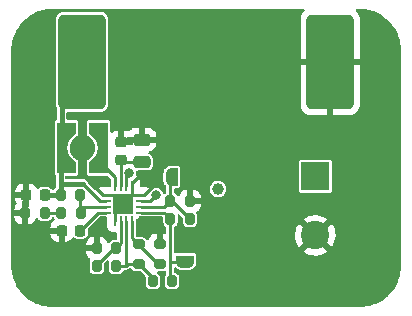
<source format=gbr>
%TF.GenerationSoftware,KiCad,Pcbnew,(6.0.9)*%
%TF.CreationDate,2022-11-21T20:55:40-06:00*%
%TF.ProjectId,solar-test,736f6c61-722d-4746-9573-742e6b696361,rev?*%
%TF.SameCoordinates,Original*%
%TF.FileFunction,Copper,L1,Top*%
%TF.FilePolarity,Positive*%
%FSLAX46Y46*%
G04 Gerber Fmt 4.6, Leading zero omitted, Abs format (unit mm)*
G04 Created by KiCad (PCBNEW (6.0.9)) date 2022-11-21 20:55:40*
%MOMM*%
%LPD*%
G01*
G04 APERTURE LIST*
G04 Aperture macros list*
%AMRoundRect*
0 Rectangle with rounded corners*
0 $1 Rounding radius*
0 $2 $3 $4 $5 $6 $7 $8 $9 X,Y pos of 4 corners*
0 Add a 4 corners polygon primitive as box body*
4,1,4,$2,$3,$4,$5,$6,$7,$8,$9,$2,$3,0*
0 Add four circle primitives for the rounded corners*
1,1,$1+$1,$2,$3*
1,1,$1+$1,$4,$5*
1,1,$1+$1,$6,$7*
1,1,$1+$1,$8,$9*
0 Add four rect primitives between the rounded corners*
20,1,$1+$1,$2,$3,$4,$5,0*
20,1,$1+$1,$4,$5,$6,$7,0*
20,1,$1+$1,$6,$7,$8,$9,0*
20,1,$1+$1,$8,$9,$2,$3,0*%
%AMFreePoly0*
4,1,19,2.150000,-1.200000,1.177922,-1.200000,1.064578,-1.003895,0.918917,-0.830439,0.745359,-0.684899,0.549174,-0.571693,0.336318,-0.494257,0.113252,-0.454942,-0.113252,-0.454942,-0.336318,-0.494257,-0.549174,-0.571693,-0.745359,-0.684899,-0.918917,-0.830439,-1.064578,-1.003895,-1.177922,-1.200000,-2.150000,-1.200000,-2.150000,0.400000,2.150000,0.400000,2.150000,-1.200000,2.150000,-1.200000,
$1*%
%AMFreePoly1*
4,1,19,-1.064578,1.003895,-0.918917,0.830439,-0.745359,0.684899,-0.549174,0.571693,-0.336318,0.494257,-0.113252,0.454942,0.113252,0.454942,0.336318,0.494257,0.549174,0.571693,0.745359,0.684899,0.918917,0.830439,1.064578,1.003895,1.177922,1.200000,2.150000,1.200000,2.150000,-0.400000,-2.150000,-0.400000,-2.150000,1.200000,-1.177922,1.200000,-1.064578,1.003895,-1.064578,1.003895,
$1*%
%AMFreePoly2*
4,1,22,0.500000,-0.750000,0.000000,-0.750000,0.000000,-0.745033,-0.079941,-0.743568,-0.215256,-0.701293,-0.333266,-0.622738,-0.424486,-0.514219,-0.481581,-0.384460,-0.499164,-0.250000,-0.500000,-0.250000,-0.500000,0.250000,-0.499164,0.250000,-0.499963,0.256109,-0.478152,0.396186,-0.417904,0.524511,-0.324060,0.630769,-0.204165,0.706417,-0.067858,0.745374,0.000000,0.744959,0.000000,0.750000,
0.500000,0.750000,0.500000,-0.750000,0.500000,-0.750000,$1*%
%AMFreePoly3*
4,1,20,0.000000,0.744959,0.073905,0.744508,0.209726,0.703889,0.328688,0.626782,0.421226,0.519385,0.479903,0.390333,0.500000,0.250000,0.500000,-0.250000,0.499851,-0.262216,0.476331,-0.402017,0.414519,-0.529596,0.319384,-0.634700,0.198574,-0.708877,0.061801,-0.746166,0.000000,-0.745033,0.000000,-0.750000,-0.500000,-0.750000,-0.500000,0.750000,0.000000,0.750000,0.000000,0.744959,
0.000000,0.744959,$1*%
G04 Aperture macros list end*
%TA.AperFunction,ComponentPad*%
%ADD10C,1.000000*%
%TD*%
%TA.AperFunction,ComponentPad*%
%ADD11RoundRect,0.400000X-1.600000X-3.600000X1.600000X-3.600000X1.600000X3.600000X-1.600000X3.600000X0*%
%TD*%
%TA.AperFunction,SMDPad,CuDef*%
%ADD12RoundRect,0.200000X-0.200000X-0.275000X0.200000X-0.275000X0.200000X0.275000X-0.200000X0.275000X0*%
%TD*%
%TA.AperFunction,SMDPad,CuDef*%
%ADD13RoundRect,0.200000X0.200000X0.275000X-0.200000X0.275000X-0.200000X-0.275000X0.200000X-0.275000X0*%
%TD*%
%TA.AperFunction,SMDPad,CuDef*%
%ADD14RoundRect,0.200000X-0.275000X0.200000X-0.275000X-0.200000X0.275000X-0.200000X0.275000X0.200000X0*%
%TD*%
%TA.AperFunction,SMDPad,CuDef*%
%ADD15RoundRect,0.250000X0.475000X-0.250000X0.475000X0.250000X-0.475000X0.250000X-0.475000X-0.250000X0*%
%TD*%
%TA.AperFunction,SMDPad,CuDef*%
%ADD16RoundRect,0.225000X-0.225000X-0.250000X0.225000X-0.250000X0.225000X0.250000X-0.225000X0.250000X0*%
%TD*%
%TA.AperFunction,ComponentPad*%
%ADD17R,2.400000X2.400000*%
%TD*%
%TA.AperFunction,ComponentPad*%
%ADD18C,2.400000*%
%TD*%
%TA.AperFunction,SMDPad,CuDef*%
%ADD19FreePoly0,90.000000*%
%TD*%
%TA.AperFunction,SMDPad,CuDef*%
%ADD20FreePoly1,90.000000*%
%TD*%
%TA.AperFunction,SMDPad,CuDef*%
%ADD21RoundRect,0.225000X-0.250000X0.225000X-0.250000X-0.225000X0.250000X-0.225000X0.250000X0.225000X0*%
%TD*%
%TA.AperFunction,SMDPad,CuDef*%
%ADD22RoundRect,0.062500X-0.350000X-0.062500X0.350000X-0.062500X0.350000X0.062500X-0.350000X0.062500X0*%
%TD*%
%TA.AperFunction,SMDPad,CuDef*%
%ADD23RoundRect,0.062500X-0.062500X-0.350000X0.062500X-0.350000X0.062500X0.350000X-0.062500X0.350000X0*%
%TD*%
%TA.AperFunction,SMDPad,CuDef*%
%ADD24R,1.700000X1.700000*%
%TD*%
%TA.AperFunction,SMDPad,CuDef*%
%ADD25FreePoly2,270.000000*%
%TD*%
%TA.AperFunction,SMDPad,CuDef*%
%ADD26FreePoly3,270.000000*%
%TD*%
%TA.AperFunction,SMDPad,CuDef*%
%ADD27FreePoly2,180.000000*%
%TD*%
%TA.AperFunction,SMDPad,CuDef*%
%ADD28FreePoly3,180.000000*%
%TD*%
%TA.AperFunction,ViaPad*%
%ADD29C,0.800000*%
%TD*%
%TA.AperFunction,Conductor*%
%ADD30C,0.381000*%
%TD*%
%TA.AperFunction,Conductor*%
%ADD31C,0.250000*%
%TD*%
G04 APERTURE END LIST*
D10*
%TO.P,TP1,1,1*%
%TO.N,Net-(TP1-Pad1)*%
X160000000Y-113450000D03*
%TD*%
D11*
%TO.P,SC1,1,+*%
%TO.N,SOLAR*%
X148500000Y-102700000D03*
%TO.P,SC1,2,-*%
%TO.N,GND*%
X169500000Y-102700000D03*
%TD*%
D12*
%TO.P,R10,1*%
%TO.N,Net-(JP1-Pad2)*%
X155975001Y-115979998D03*
%TO.P,R10,2*%
%TO.N,Net-(JP2-Pad2)*%
X157625001Y-115979998D03*
%TD*%
D13*
%TO.P,R9,2*%
%TO.N,Net-(JP2-Pad2)*%
X155975001Y-114479998D03*
%TO.P,R9,1*%
%TO.N,GND*%
X157625001Y-114479998D03*
%TD*%
%TO.P,R8,1*%
%TO.N,Net-(JP1-Pad2)*%
X156125001Y-121229998D03*
%TO.P,R8,2*%
%TO.N,Net-(R5-Pad2)*%
X154475001Y-121229998D03*
%TD*%
D14*
%TO.P,R7,1*%
%TO.N,Net-(R6-Pad2)*%
X153300001Y-118154998D03*
%TO.P,R7,2*%
%TO.N,Net-(R5-Pad2)*%
X153300001Y-119804998D03*
%TD*%
D12*
%TO.P,R5,1*%
%TO.N,Net-(R4-Pad2)*%
X149725001Y-119979998D03*
%TO.P,R5,2*%
%TO.N,Net-(R5-Pad2)*%
X151375001Y-119979998D03*
%TD*%
%TO.P,R3,1*%
%TO.N,Net-(R2-Pad2)*%
X146725001Y-115479998D03*
%TO.P,R3,2*%
%TO.N,Net-(R1-Pad2)*%
X148375001Y-115479998D03*
%TD*%
D15*
%TO.P,C5,1*%
%TO.N,SOLAR_OUT*%
X153550001Y-111179998D03*
%TO.P,C5,2*%
%TO.N,GND*%
X153550001Y-109279998D03*
%TD*%
D16*
%TO.P,C2,1*%
%TO.N,GND*%
X143775001Y-113979998D03*
%TO.P,C2,2*%
%TO.N,SOLAR*%
X145325001Y-113979998D03*
%TD*%
D17*
%TO.P,C1,1*%
%TO.N,CAP*%
X168250000Y-112384785D03*
D18*
%TO.P,C1,2*%
%TO.N,GND*%
X168250000Y-117384785D03*
%TD*%
D16*
%TO.P,C3,1*%
%TO.N,GND*%
X146775001Y-116979998D03*
%TO.P,C3,2*%
%TO.N,Net-(C3-Pad2)*%
X148325001Y-116979998D03*
%TD*%
D12*
%TO.P,R1,1*%
%TO.N,SOLAR*%
X146674996Y-113975476D03*
%TO.P,R1,2*%
%TO.N,Net-(R1-Pad2)*%
X148324996Y-113975476D03*
%TD*%
D19*
%TO.P,L1,1,1*%
%TO.N,SOLAR*%
X146774522Y-109975475D03*
D20*
%TO.P,L1,2,2*%
%TO.N,Net-(L1-Pad2)*%
X150274522Y-109975475D03*
%TD*%
D21*
%TO.P,C4,1*%
%TO.N,GND*%
X151800001Y-109454998D03*
%TO.P,C4,2*%
%TO.N,SOLAR_OUT*%
X151800001Y-111004998D03*
%TD*%
D12*
%TO.P,R2,1*%
%TO.N,GND*%
X143674999Y-115475476D03*
%TO.P,R2,2*%
%TO.N,Net-(R2-Pad2)*%
X145324999Y-115475476D03*
%TD*%
D22*
%TO.P,U1,1,VSS*%
%TO.N,GND*%
X150537498Y-113949995D03*
%TO.P,U1,2,VIN_DC*%
%TO.N,SOLAR*%
X150537498Y-114449995D03*
%TO.P,U1,3,VOC_SAMP*%
%TO.N,Net-(R1-Pad2)*%
X150537498Y-114949995D03*
%TO.P,U1,4,VREF_SAMP*%
%TO.N,Net-(C3-Pad2)*%
X150537498Y-115449995D03*
D23*
%TO.P,U1,5,OT_PROG*%
%TO.N,GND*%
X151249998Y-116162495D03*
%TO.P,U1,6,VBAT_OV*%
%TO.N,Net-(R4-Pad2)*%
X151749998Y-116162495D03*
%TO.P,U1,7,VRDIV*%
%TO.N,Net-(R5-Pad2)*%
X152249998Y-116162495D03*
%TO.P,U1,8,VBAT_UV*%
%TO.N,Net-(R6-Pad2)*%
X152749998Y-116162495D03*
D22*
%TO.P,U1,9,OK_HYST*%
%TO.N,Net-(JP1-Pad2)*%
X153462498Y-115449995D03*
%TO.P,U1,10,OK_PROG*%
%TO.N,Net-(JP2-Pad2)*%
X153462498Y-114949995D03*
%TO.P,U1,11,VBAT_OK*%
%TO.N,Net-(TP1-Pad1)*%
X153462498Y-114449995D03*
%TO.P,U1,12,AVSS*%
%TO.N,GND*%
X153462498Y-113949995D03*
D23*
%TO.P,U1,13,VSS*%
X152749998Y-113237495D03*
%TO.P,U1,14,VBAT*%
%TO.N,CAP*%
X152249998Y-113237495D03*
%TO.P,U1,15,VSTOR*%
%TO.N,SOLAR_OUT*%
X151749998Y-113237495D03*
%TO.P,U1,16,LBST*%
%TO.N,Net-(L1-Pad2)*%
X151249998Y-113237495D03*
D24*
%TO.P,U1,17,PAD*%
%TO.N,GND*%
X151999998Y-114699995D03*
%TD*%
D14*
%TO.P,R6,1*%
%TO.N,GND*%
X155050001Y-118154998D03*
%TO.P,R6,2*%
%TO.N,Net-(R6-Pad2)*%
X155050001Y-119804998D03*
%TD*%
D25*
%TO.P,JP1,1,A*%
%TO.N,GND*%
X157224999Y-118299995D03*
D26*
%TO.P,JP1,2,B*%
%TO.N,Net-(JP1-Pad2)*%
X157224999Y-119599995D03*
%TD*%
D12*
%TO.P,R4,1*%
%TO.N,GND*%
X149725001Y-118479998D03*
%TO.P,R4,2*%
%TO.N,Net-(R4-Pad2)*%
X151375001Y-118479998D03*
%TD*%
D27*
%TO.P,JP2,1,A*%
%TO.N,GND*%
X157374520Y-112425477D03*
D28*
%TO.P,JP2,2,B*%
%TO.N,Net-(JP2-Pad2)*%
X156074520Y-112425477D03*
%TD*%
D29*
%TO.N,GND*%
X154500000Y-116450000D03*
X148500000Y-109950000D03*
%TO.N,Net-(TP1-Pad1)*%
X154762299Y-113962299D03*
%TO.N,GND*%
X151637262Y-114337255D03*
X152387260Y-115087254D03*
%TO.N,CAP*%
X152474500Y-112087259D03*
%TD*%
D30*
%TO.N,SOLAR*%
X146774522Y-109975475D02*
X146774522Y-104425478D01*
X146774522Y-104425478D02*
X148500000Y-102700000D01*
D31*
%TO.N,Net-(TP1-Pad1)*%
X154274603Y-114449995D02*
X154762299Y-113962299D01*
X153462498Y-114449995D02*
X154274603Y-114449995D01*
%TO.N,GND*%
X153462501Y-113949996D02*
X153750004Y-113949996D01*
X153750004Y-113949996D02*
X154500000Y-113200000D01*
D30*
%TO.N,SOLAR*%
X146774522Y-109975475D02*
X146774522Y-107204519D01*
D31*
%TO.N,Net-(R5-Pad2)*%
X154475001Y-121229998D02*
X154475001Y-120979998D01*
X154475001Y-120979998D02*
X153300001Y-119804998D01*
X152250002Y-119949997D02*
X152395001Y-119804998D01*
X152395001Y-119804998D02*
X153300001Y-119804998D01*
X154499999Y-121449994D02*
X154499999Y-121004996D01*
%TO.N,Net-(R6-Pad2)*%
X155050001Y-119804998D02*
X154950001Y-119804998D01*
X154950001Y-119804998D02*
X152749996Y-117604993D01*
X152749996Y-117604993D02*
X152749996Y-116162495D01*
%TO.N,GND*%
X151637262Y-114337255D02*
X151999998Y-114699995D01*
X151250000Y-116162494D02*
X151274520Y-116137978D01*
X151274520Y-116137978D02*
X151274520Y-115425477D01*
X150537501Y-113949994D02*
X150250000Y-113949996D01*
X152750000Y-113950000D02*
X151999998Y-114699995D01*
X150537501Y-113949994D02*
X150562022Y-113974514D01*
X151274518Y-113974516D02*
X151637262Y-114337255D01*
X152749998Y-113237495D02*
X152749998Y-112949999D01*
X151274520Y-115425477D02*
X151999998Y-114699995D01*
X152750000Y-113237493D02*
X152750000Y-113950000D01*
X153500003Y-109250001D02*
X151925001Y-109249997D01*
X152749998Y-112949999D02*
X153324521Y-112375477D01*
X151925001Y-109249997D02*
X151749996Y-109424996D01*
X150250000Y-113949996D02*
X149637257Y-113337255D01*
X153462501Y-113949998D02*
X152750000Y-113950000D01*
X150562022Y-113974514D02*
X151274518Y-113974516D01*
%TO.N,SOLAR_OUT*%
X153499998Y-111149997D02*
X151925005Y-111149994D01*
X151925005Y-111149994D02*
X151749998Y-110974994D01*
X151749998Y-110974994D02*
X151750002Y-113237496D01*
%TO.N,Net-(C3-Pad2)*%
X150537501Y-115449996D02*
X149825003Y-115449998D01*
X149825003Y-115449998D02*
X148299520Y-116975476D01*
D30*
%TO.N,SOLAR*%
X146675474Y-113025477D02*
X146674998Y-113024999D01*
X146674997Y-110075001D02*
X146774522Y-109975475D01*
X146674998Y-113024999D02*
X146674997Y-110075001D01*
X146674998Y-113975476D02*
X146674998Y-113024999D01*
X145299520Y-113975478D02*
X146674998Y-113975476D01*
D31*
X146674997Y-113975474D02*
X146824998Y-113975474D01*
D30*
X148591782Y-113025476D02*
X146675474Y-113025477D01*
D31*
X150537500Y-114449995D02*
X150016303Y-114449999D01*
X150016303Y-114449999D02*
X148591782Y-113025476D01*
%TO.N,CAP*%
X152250000Y-112311755D02*
X152474500Y-112087259D01*
X152249994Y-113237494D02*
X152250000Y-112311755D01*
%TO.N,Net-(R5-Pad2)*%
X152249997Y-116162494D02*
X152250002Y-119949997D01*
X151324997Y-119949998D02*
X152250002Y-119949997D01*
%TO.N,Net-(R4-Pad2)*%
X151325000Y-118449993D02*
X151174997Y-118449997D01*
X151750002Y-118024998D02*
X151325000Y-118449993D01*
X151750001Y-116162495D02*
X151750002Y-118024998D01*
X151174997Y-118449997D02*
X149675000Y-119949996D01*
%TO.N,Net-(R2-Pad2)*%
X145324999Y-115475475D02*
X146674999Y-115475477D01*
%TO.N,Net-(R1-Pad2)*%
X148324997Y-114949993D02*
X148324999Y-115475475D01*
X148324997Y-114949993D02*
X148325000Y-113975476D01*
X150537501Y-114949991D02*
X148324997Y-114949993D01*
%TO.N,Net-(L1-Pad2)*%
X151250001Y-112449995D02*
X150249999Y-111449993D01*
X150249999Y-111449993D02*
X150250003Y-108449998D01*
X151249998Y-113237498D02*
X151250001Y-112449995D01*
%TO.N,Net-(JP2-Pad2)*%
X156075000Y-114449997D02*
X157575001Y-115949996D01*
X155924998Y-112624997D02*
X156100001Y-112449998D01*
X153462502Y-114949994D02*
X155425001Y-114949995D01*
X155425001Y-114949995D02*
X155925001Y-114449998D01*
X155925001Y-114449998D02*
X156075000Y-114449997D01*
X155925001Y-114449998D02*
X155924998Y-112624997D01*
%TO.N,Net-(JP1-Pad2)*%
X155424998Y-115449994D02*
X155925002Y-115949998D01*
X156149999Y-121449996D02*
X155925001Y-121224998D01*
X155925001Y-121224998D02*
X155925001Y-119549997D01*
X155974998Y-119599995D02*
X155925001Y-119549997D01*
X153462496Y-115449996D02*
X155424998Y-115449994D01*
X157224999Y-119599995D02*
X155974998Y-119599995D01*
X155925001Y-119549997D02*
X155925001Y-115949995D01*
%TD*%
%TA.AperFunction,Conductor*%
%TO.N,GND*%
G36*
X167279652Y-98221004D02*
G01*
X167326145Y-98274660D01*
X167336249Y-98344934D01*
X167306755Y-98409514D01*
X167290825Y-98424923D01*
X167259536Y-98450260D01*
X167250255Y-98459541D01*
X167138448Y-98597610D01*
X167131295Y-98608625D01*
X167050635Y-98766930D01*
X167045931Y-98779183D01*
X166999733Y-98951597D01*
X166997786Y-98962931D01*
X166992193Y-99033990D01*
X166992000Y-99038916D01*
X166992000Y-102427885D01*
X166996475Y-102443124D01*
X166997865Y-102444329D01*
X167005548Y-102446000D01*
X171989885Y-102446000D01*
X172005124Y-102441525D01*
X172006329Y-102440135D01*
X172008000Y-102432452D01*
X172008000Y-99038916D01*
X172007807Y-99033990D01*
X172002214Y-98962931D01*
X172000267Y-98951597D01*
X171954069Y-98779183D01*
X171949365Y-98766930D01*
X171868705Y-98608625D01*
X171861552Y-98597610D01*
X171749745Y-98459541D01*
X171740464Y-98450260D01*
X171709175Y-98424923D01*
X171668823Y-98366509D01*
X171666457Y-98295551D01*
X171702830Y-98234580D01*
X171766392Y-98202951D01*
X171788469Y-98201002D01*
X171996906Y-98201002D01*
X171999985Y-98201078D01*
X172000000Y-98201084D01*
X172000014Y-98201078D01*
X172003087Y-98201154D01*
X172083085Y-98205084D01*
X172304772Y-98215975D01*
X172305184Y-98215996D01*
X172338286Y-98217731D01*
X172350179Y-98218922D01*
X172571244Y-98251713D01*
X172572467Y-98251900D01*
X172689201Y-98270389D01*
X172700106Y-98272614D01*
X172900697Y-98322860D01*
X172902692Y-98323377D01*
X173032878Y-98358260D01*
X173042715Y-98361332D01*
X173230868Y-98428654D01*
X173233574Y-98429658D01*
X173365814Y-98480420D01*
X173374528Y-98484146D01*
X173551895Y-98568035D01*
X173555198Y-98569657D01*
X173560393Y-98572304D01*
X173684561Y-98635571D01*
X173692135Y-98639764D01*
X173858654Y-98739571D01*
X173862502Y-98741973D01*
X173985860Y-98822083D01*
X173992293Y-98826551D01*
X174147291Y-98941505D01*
X174151519Y-98944782D01*
X174159724Y-98951426D01*
X174266616Y-99037986D01*
X174271937Y-99042546D01*
X174414550Y-99171803D01*
X174419029Y-99176068D01*
X174523932Y-99280971D01*
X174528197Y-99285450D01*
X174657454Y-99428063D01*
X174662014Y-99433384D01*
X174755211Y-99548472D01*
X174758495Y-99552709D01*
X174873449Y-99707707D01*
X174877917Y-99714140D01*
X174958027Y-99837498D01*
X174960429Y-99841346D01*
X175060236Y-100007865D01*
X175064429Y-100015439D01*
X175130336Y-100144788D01*
X175131972Y-100148119D01*
X175215852Y-100325468D01*
X175219580Y-100334186D01*
X175270342Y-100466426D01*
X175271346Y-100469132D01*
X175338668Y-100657285D01*
X175341740Y-100667122D01*
X175376623Y-100797308D01*
X175377140Y-100799303D01*
X175427386Y-100999894D01*
X175429611Y-101010799D01*
X175448100Y-101127533D01*
X175448287Y-101128756D01*
X175481078Y-101349821D01*
X175482269Y-101361714D01*
X175484004Y-101394816D01*
X175484025Y-101395228D01*
X175498846Y-101696911D01*
X175498922Y-101699986D01*
X175498916Y-101700000D01*
X175498922Y-101700015D01*
X175498998Y-101703094D01*
X175498998Y-119946906D01*
X175498922Y-119949985D01*
X175498916Y-119950000D01*
X175498922Y-119950014D01*
X175498846Y-119953089D01*
X175484025Y-120254772D01*
X175484004Y-120255184D01*
X175482269Y-120288286D01*
X175481078Y-120300179D01*
X175448287Y-120521244D01*
X175448100Y-120522467D01*
X175429611Y-120639201D01*
X175427386Y-120650106D01*
X175377140Y-120850697D01*
X175376623Y-120852692D01*
X175341740Y-120982878D01*
X175338668Y-120992715D01*
X175271346Y-121180868D01*
X175270342Y-121183574D01*
X175219580Y-121315814D01*
X175215852Y-121324532D01*
X175131972Y-121501881D01*
X175130336Y-121505212D01*
X175064429Y-121634561D01*
X175060236Y-121642135D01*
X174960429Y-121808654D01*
X174958027Y-121812502D01*
X174877917Y-121935860D01*
X174873449Y-121942293D01*
X174758495Y-122097291D01*
X174755211Y-122101528D01*
X174662014Y-122216616D01*
X174657454Y-122221937D01*
X174528197Y-122364550D01*
X174523932Y-122369029D01*
X174419029Y-122473932D01*
X174414550Y-122478197D01*
X174271937Y-122607454D01*
X174266616Y-122612014D01*
X174151528Y-122705211D01*
X174147291Y-122708495D01*
X173992293Y-122823449D01*
X173985860Y-122827917D01*
X173862502Y-122908027D01*
X173858654Y-122910429D01*
X173692135Y-123010236D01*
X173684561Y-123014429D01*
X173618893Y-123047889D01*
X173555198Y-123080343D01*
X173551895Y-123081965D01*
X173374532Y-123165852D01*
X173365814Y-123169580D01*
X173233574Y-123220342D01*
X173230868Y-123221346D01*
X173042715Y-123288668D01*
X173032878Y-123291740D01*
X172902692Y-123326623D01*
X172900697Y-123327140D01*
X172700106Y-123377386D01*
X172689201Y-123379611D01*
X172572467Y-123398100D01*
X172571244Y-123398287D01*
X172350179Y-123431078D01*
X172338286Y-123432269D01*
X172305184Y-123434004D01*
X172304772Y-123434025D01*
X172083085Y-123444916D01*
X172003087Y-123448846D01*
X172000014Y-123448922D01*
X172000000Y-123448916D01*
X171999985Y-123448922D01*
X171996906Y-123448998D01*
X146003094Y-123448998D01*
X146000015Y-123448922D01*
X146000000Y-123448916D01*
X145999986Y-123448922D01*
X145996913Y-123448846D01*
X145916915Y-123444916D01*
X145695228Y-123434025D01*
X145694816Y-123434004D01*
X145661714Y-123432269D01*
X145649821Y-123431078D01*
X145428756Y-123398287D01*
X145427533Y-123398100D01*
X145310799Y-123379611D01*
X145299894Y-123377386D01*
X145099303Y-123327140D01*
X145097308Y-123326623D01*
X144967122Y-123291740D01*
X144957285Y-123288668D01*
X144769132Y-123221346D01*
X144766426Y-123220342D01*
X144634186Y-123169580D01*
X144625468Y-123165852D01*
X144448105Y-123081965D01*
X144444802Y-123080343D01*
X144381107Y-123047889D01*
X144315439Y-123014429D01*
X144307865Y-123010236D01*
X144141346Y-122910429D01*
X144137498Y-122908027D01*
X144014140Y-122827917D01*
X144007707Y-122823449D01*
X143852709Y-122708495D01*
X143848472Y-122705211D01*
X143733384Y-122612014D01*
X143728063Y-122607454D01*
X143585450Y-122478197D01*
X143580971Y-122473932D01*
X143476068Y-122369029D01*
X143471803Y-122364550D01*
X143342546Y-122221937D01*
X143337986Y-122216616D01*
X143244789Y-122101528D01*
X143241505Y-122097291D01*
X143126551Y-121942293D01*
X143122083Y-121935860D01*
X143041973Y-121812502D01*
X143039571Y-121808654D01*
X142939764Y-121642135D01*
X142935571Y-121634561D01*
X142869664Y-121505212D01*
X142868028Y-121501881D01*
X142784148Y-121324532D01*
X142780420Y-121315814D01*
X142729658Y-121183574D01*
X142728654Y-121180868D01*
X142661332Y-120992715D01*
X142658260Y-120982878D01*
X142623377Y-120852692D01*
X142622860Y-120850697D01*
X142572614Y-120650106D01*
X142570389Y-120639201D01*
X142551900Y-120522467D01*
X142551713Y-120521244D01*
X142518922Y-120300179D01*
X142517731Y-120288286D01*
X142515996Y-120255184D01*
X142515975Y-120254772D01*
X142501154Y-119953089D01*
X142501078Y-119950014D01*
X142501084Y-119950000D01*
X142501078Y-119949985D01*
X142501002Y-119946906D01*
X142501002Y-118207883D01*
X148817001Y-118207883D01*
X148821476Y-118223122D01*
X148822866Y-118224327D01*
X148830549Y-118225998D01*
X149452886Y-118225998D01*
X149468125Y-118221523D01*
X149469330Y-118220133D01*
X149471001Y-118212450D01*
X149471001Y-117515114D01*
X149466526Y-117499875D01*
X149465136Y-117498670D01*
X149460707Y-117497707D01*
X149401686Y-117503130D01*
X149388650Y-117505741D01*
X149238758Y-117552713D01*
X149225013Y-117558919D01*
X149091428Y-117639821D01*
X149084307Y-117645405D01*
X149018359Y-117671698D01*
X148985296Y-117665277D01*
X148991793Y-117697331D01*
X148965408Y-117764304D01*
X148959824Y-117771425D01*
X148878922Y-117905010D01*
X148872716Y-117918755D01*
X148825745Y-118068642D01*
X148823132Y-118081692D01*
X148817267Y-118145519D01*
X148817001Y-118151307D01*
X148817001Y-118207883D01*
X142501002Y-118207883D01*
X142501002Y-117275436D01*
X145817001Y-117275436D01*
X145817338Y-117281951D01*
X145826895Y-117374055D01*
X145829789Y-117387454D01*
X145879382Y-117536105D01*
X145885556Y-117549284D01*
X145967789Y-117682171D01*
X145976825Y-117693572D01*
X146087430Y-117803984D01*
X146098841Y-117812996D01*
X146231881Y-117895002D01*
X146245062Y-117901149D01*
X146393815Y-117950489D01*
X146407191Y-117953356D01*
X146498098Y-117962670D01*
X146503127Y-117962927D01*
X146518125Y-117958523D01*
X146519330Y-117957133D01*
X146521001Y-117949450D01*
X146521001Y-117252113D01*
X146516526Y-117236874D01*
X146515136Y-117235669D01*
X146507453Y-117233998D01*
X145835116Y-117233998D01*
X145819877Y-117238473D01*
X145818672Y-117239863D01*
X145817001Y-117247546D01*
X145817001Y-117275436D01*
X142501002Y-117275436D01*
X142501002Y-115804181D01*
X142767000Y-115804181D01*
X142767263Y-115809930D01*
X142773131Y-115873791D01*
X142775742Y-115886827D01*
X142822714Y-116036719D01*
X142828920Y-116050464D01*
X142909823Y-116184050D01*
X142919130Y-116195919D01*
X143029556Y-116306345D01*
X143041425Y-116315652D01*
X143175011Y-116396555D01*
X143188756Y-116402761D01*
X143338643Y-116449732D01*
X143351693Y-116452345D01*
X143406585Y-116457389D01*
X143418123Y-116454001D01*
X143419328Y-116452611D01*
X143420999Y-116444928D01*
X143420999Y-116440360D01*
X143928999Y-116440360D01*
X143933474Y-116455599D01*
X143934864Y-116456804D01*
X143939293Y-116457767D01*
X143998314Y-116452344D01*
X144011350Y-116449733D01*
X144161242Y-116402761D01*
X144174987Y-116396555D01*
X144308573Y-116315652D01*
X144320442Y-116306345D01*
X144430868Y-116195919D01*
X144440175Y-116184050D01*
X144521078Y-116050464D01*
X144527284Y-116036719D01*
X144546943Y-115973986D01*
X144586400Y-115914964D01*
X144651504Y-115886644D01*
X144721584Y-115898017D01*
X144774390Y-115945473D01*
X144779444Y-115954463D01*
X144792447Y-115979984D01*
X144792448Y-115979985D01*
X144796949Y-115988818D01*
X144886657Y-116078526D01*
X144999695Y-116136122D01*
X145009484Y-116137672D01*
X145009486Y-116137673D01*
X145036848Y-116142006D01*
X145093480Y-116150976D01*
X145324952Y-116150976D01*
X145556517Y-116150975D01*
X145576641Y-116147788D01*
X145640505Y-116137674D01*
X145640507Y-116137673D01*
X145650303Y-116136122D01*
X145763341Y-116078526D01*
X145853049Y-115988818D01*
X145910645Y-115875780D01*
X145913189Y-115877076D01*
X145944499Y-115831281D01*
X146009894Y-115803640D01*
X146079852Y-115815742D01*
X146132161Y-115863745D01*
X146139160Y-115879069D01*
X146139355Y-115880302D01*
X146142905Y-115887269D01*
X146180372Y-115960802D01*
X146193476Y-116030579D01*
X146166776Y-116096363D01*
X146134409Y-116125149D01*
X146097825Y-116147788D01*
X146086427Y-116156822D01*
X145976015Y-116267427D01*
X145967003Y-116278838D01*
X145884997Y-116411878D01*
X145878850Y-116425059D01*
X145829510Y-116573812D01*
X145826643Y-116587188D01*
X145817329Y-116678095D01*
X145817001Y-116684512D01*
X145817001Y-116707883D01*
X145821476Y-116723122D01*
X145822866Y-116724327D01*
X145830549Y-116725998D01*
X146903001Y-116725998D01*
X146971122Y-116746000D01*
X147017615Y-116799656D01*
X147029001Y-116851998D01*
X147029001Y-117944883D01*
X147033476Y-117960122D01*
X147034866Y-117961327D01*
X147042549Y-117962998D01*
X147045439Y-117962998D01*
X147051954Y-117962661D01*
X147144058Y-117953104D01*
X147157457Y-117950210D01*
X147306108Y-117900617D01*
X147319287Y-117894443D01*
X147452174Y-117812210D01*
X147463575Y-117803174D01*
X147573987Y-117692569D01*
X147582999Y-117681158D01*
X147639087Y-117590166D01*
X147691859Y-117542673D01*
X147761931Y-117531249D01*
X147827055Y-117559523D01*
X147835442Y-117567187D01*
X147846781Y-117578526D01*
X147966875Y-117639717D01*
X147976664Y-117641267D01*
X147976666Y-117641268D01*
X148002788Y-117645405D01*
X148066513Y-117655498D01*
X148583489Y-117655498D01*
X148647214Y-117645405D01*
X148673336Y-117641268D01*
X148673338Y-117641267D01*
X148683127Y-117639717D01*
X148803221Y-117578526D01*
X148804153Y-117580354D01*
X148859054Y-117560762D01*
X148887279Y-117567323D01*
X148880710Y-117540079D01*
X148900404Y-117484173D01*
X148898529Y-117483218D01*
X148931771Y-117417977D01*
X148959720Y-117363124D01*
X148975501Y-117263486D01*
X148975501Y-116812014D01*
X148995503Y-116743893D01*
X149012406Y-116722918D01*
X149099182Y-116636143D01*
X149579829Y-116155497D01*
X149922926Y-115812402D01*
X149985238Y-115778377D01*
X150012020Y-115775498D01*
X150208590Y-115775497D01*
X150490998Y-115775496D01*
X150559118Y-115795498D01*
X150605611Y-115849153D01*
X150616998Y-115901496D01*
X150616998Y-116545767D01*
X150617536Y-116553976D01*
X150630604Y-116653237D01*
X150634842Y-116669055D01*
X150686007Y-116792577D01*
X150694194Y-116806758D01*
X150775585Y-116912830D01*
X150787165Y-116924409D01*
X150893233Y-117005797D01*
X150907419Y-117013987D01*
X151030939Y-117065151D01*
X151046756Y-117069389D01*
X151146017Y-117082457D01*
X151154226Y-117082995D01*
X151298501Y-117082995D01*
X151366622Y-117102997D01*
X151413115Y-117156653D01*
X151424501Y-117208995D01*
X151424502Y-117678498D01*
X151404500Y-117746619D01*
X151350845Y-117793112D01*
X151298503Y-117804498D01*
X151154116Y-117804499D01*
X151143483Y-117804499D01*
X151138590Y-117805274D01*
X151138589Y-117805274D01*
X151059495Y-117817800D01*
X151059493Y-117817801D01*
X151049697Y-117819352D01*
X150936659Y-117876948D01*
X150846951Y-117966656D01*
X150842452Y-117975486D01*
X150842449Y-117975490D01*
X150829446Y-118001011D01*
X150780698Y-118052627D01*
X150711784Y-118069693D01*
X150644582Y-118046793D01*
X150600429Y-117991195D01*
X150596945Y-117981488D01*
X150577286Y-117918755D01*
X150571080Y-117905010D01*
X150490177Y-117771424D01*
X150480870Y-117759555D01*
X150370444Y-117649129D01*
X150358575Y-117639822D01*
X150224989Y-117558919D01*
X150211244Y-117552713D01*
X150061357Y-117505742D01*
X150048307Y-117503129D01*
X149993415Y-117498085D01*
X149981877Y-117501473D01*
X149980672Y-117502863D01*
X149979001Y-117510546D01*
X149979001Y-118607998D01*
X149958999Y-118676119D01*
X149905343Y-118722612D01*
X149853001Y-118733998D01*
X148835117Y-118733998D01*
X148819878Y-118738473D01*
X148818673Y-118739863D01*
X148817002Y-118747546D01*
X148817002Y-118808703D01*
X148817265Y-118814452D01*
X148823133Y-118878313D01*
X148825744Y-118891349D01*
X148872716Y-119041241D01*
X148878922Y-119054986D01*
X148959825Y-119188572D01*
X148969132Y-119200441D01*
X149079558Y-119310867D01*
X149091430Y-119320177D01*
X149128951Y-119342900D01*
X149176858Y-119395297D01*
X149188831Y-119465277D01*
X149175947Y-119507878D01*
X149139355Y-119579694D01*
X149124501Y-119673479D01*
X149124502Y-120286516D01*
X149125277Y-120291407D01*
X149125277Y-120291410D01*
X149127540Y-120305696D01*
X149139355Y-120380302D01*
X149143856Y-120389135D01*
X149143858Y-120389140D01*
X149152193Y-120405498D01*
X149196951Y-120493340D01*
X149286659Y-120583048D01*
X149399697Y-120640644D01*
X149409486Y-120642194D01*
X149409488Y-120642195D01*
X149436850Y-120646528D01*
X149493482Y-120655498D01*
X149724954Y-120655498D01*
X149956519Y-120655497D01*
X149961413Y-120654722D01*
X150040507Y-120642196D01*
X150040509Y-120642195D01*
X150050305Y-120640644D01*
X150063416Y-120633964D01*
X150086016Y-120622448D01*
X150163343Y-120583048D01*
X150253051Y-120493340D01*
X150310647Y-120380302D01*
X150325501Y-120286517D01*
X150325500Y-119812012D01*
X150345502Y-119743891D01*
X150362405Y-119722917D01*
X150568543Y-119516779D01*
X150630855Y-119482753D01*
X150701670Y-119487818D01*
X150758506Y-119530365D01*
X150783317Y-119596885D01*
X150782087Y-119625581D01*
X150774501Y-119673479D01*
X150774502Y-120286516D01*
X150775277Y-120291407D01*
X150775277Y-120291410D01*
X150777540Y-120305696D01*
X150789355Y-120380302D01*
X150793856Y-120389135D01*
X150793858Y-120389140D01*
X150802193Y-120405498D01*
X150846951Y-120493340D01*
X150936659Y-120583048D01*
X151049697Y-120640644D01*
X151059486Y-120642194D01*
X151059488Y-120642195D01*
X151086850Y-120646528D01*
X151143482Y-120655498D01*
X151374954Y-120655498D01*
X151606519Y-120655497D01*
X151611413Y-120654722D01*
X151690507Y-120642196D01*
X151690509Y-120642195D01*
X151700305Y-120640644D01*
X151713416Y-120633964D01*
X151736016Y-120622448D01*
X151813343Y-120583048D01*
X151903051Y-120493340D01*
X151937618Y-120425499D01*
X151956146Y-120389137D01*
X151956147Y-120389133D01*
X151960647Y-120380302D01*
X151962198Y-120370511D01*
X151964781Y-120362560D01*
X152004855Y-120303955D01*
X152070252Y-120276318D01*
X152084614Y-120275497D01*
X152230293Y-120275497D01*
X152241275Y-120275977D01*
X152267822Y-120278300D01*
X152267824Y-120278300D01*
X152278809Y-120279261D01*
X152289464Y-120276406D01*
X152292937Y-120276102D01*
X152296369Y-120275497D01*
X152307396Y-120275497D01*
X152324216Y-120269375D01*
X152345426Y-120263692D01*
X152352192Y-120262499D01*
X152363047Y-120260585D01*
X152372597Y-120255072D01*
X152375881Y-120253876D01*
X152379037Y-120252405D01*
X152389686Y-120249551D01*
X152398715Y-120243229D01*
X152401874Y-120241756D01*
X152404901Y-120240008D01*
X152415262Y-120236237D01*
X152423707Y-120229151D01*
X152423709Y-120229150D01*
X152428974Y-120224732D01*
X152446957Y-120212140D01*
X152447809Y-120211648D01*
X152462457Y-120203191D01*
X152473266Y-120190310D01*
X152532376Y-120150985D01*
X152603364Y-120149859D01*
X152663691Y-120187292D01*
X152682052Y-120214099D01*
X152696951Y-120243340D01*
X152786659Y-120333048D01*
X152899697Y-120390644D01*
X152909486Y-120392194D01*
X152909488Y-120392195D01*
X152936850Y-120396528D01*
X152993482Y-120405498D01*
X153032200Y-120405498D01*
X153387984Y-120405497D01*
X153456104Y-120425499D01*
X153477079Y-120442402D01*
X153840542Y-120805865D01*
X153874568Y-120868177D01*
X153875896Y-120914670D01*
X153874501Y-120923479D01*
X153874502Y-121536516D01*
X153875277Y-121541407D01*
X153875277Y-121541410D01*
X153884464Y-121599416D01*
X153889355Y-121630302D01*
X153946951Y-121743340D01*
X154036659Y-121833048D01*
X154149697Y-121890644D01*
X154159486Y-121892194D01*
X154159488Y-121892195D01*
X154186850Y-121896528D01*
X154243482Y-121905498D01*
X154474954Y-121905498D01*
X154706519Y-121905497D01*
X154711413Y-121904722D01*
X154790507Y-121892196D01*
X154790509Y-121892195D01*
X154800305Y-121890644D01*
X154913343Y-121833048D01*
X155003051Y-121743340D01*
X155060647Y-121630302D01*
X155075501Y-121536517D01*
X155075500Y-120923480D01*
X155064063Y-120851262D01*
X155062199Y-120839492D01*
X155062198Y-120839490D01*
X155060647Y-120829694D01*
X155048506Y-120805865D01*
X155014234Y-120738604D01*
X155003051Y-120716656D01*
X154913343Y-120626948D01*
X154914069Y-120626222D01*
X154876276Y-120577212D01*
X154870200Y-120506476D01*
X154903332Y-120443684D01*
X154965152Y-120408773D01*
X154993691Y-120405498D01*
X155344615Y-120405497D01*
X155356519Y-120405497D01*
X155450305Y-120390644D01*
X155450783Y-120393664D01*
X155505532Y-120392099D01*
X155566330Y-120428762D01*
X155597656Y-120492474D01*
X155599501Y-120513960D01*
X155599501Y-120681401D01*
X155585768Y-120738604D01*
X155539355Y-120829694D01*
X155524501Y-120923479D01*
X155524502Y-121536516D01*
X155525277Y-121541407D01*
X155525277Y-121541410D01*
X155534464Y-121599416D01*
X155539355Y-121630302D01*
X155596951Y-121743340D01*
X155686659Y-121833048D01*
X155799697Y-121890644D01*
X155809486Y-121892194D01*
X155809488Y-121892195D01*
X155836850Y-121896528D01*
X155893482Y-121905498D01*
X156124954Y-121905498D01*
X156356519Y-121905497D01*
X156361413Y-121904722D01*
X156440507Y-121892196D01*
X156440509Y-121892195D01*
X156450305Y-121890644D01*
X156563343Y-121833048D01*
X156653051Y-121743340D01*
X156710647Y-121630302D01*
X156725501Y-121536517D01*
X156725500Y-120923480D01*
X156714063Y-120851262D01*
X156712199Y-120839492D01*
X156712198Y-120839490D01*
X156710647Y-120829694D01*
X156698506Y-120805865D01*
X156664234Y-120738604D01*
X156653051Y-120716656D01*
X156563343Y-120626948D01*
X156450305Y-120569352D01*
X156440514Y-120567801D01*
X156440513Y-120567801D01*
X156356791Y-120554541D01*
X156292638Y-120524129D01*
X156255110Y-120463861D01*
X156250501Y-120430092D01*
X156250501Y-120178410D01*
X156270503Y-120110289D01*
X156324159Y-120063796D01*
X156394433Y-120053692D01*
X156461056Y-120084995D01*
X156555340Y-120170337D01*
X156603394Y-120202750D01*
X156732286Y-120265197D01*
X156787503Y-120282819D01*
X156928741Y-120306581D01*
X156931164Y-120306798D01*
X156931169Y-120306799D01*
X156940747Y-120307658D01*
X156960156Y-120309399D01*
X156962580Y-120309429D01*
X156962587Y-120309429D01*
X156965672Y-120309466D01*
X156972498Y-120309550D01*
X157003980Y-120307500D01*
X157016577Y-120305696D01*
X157034439Y-120304423D01*
X157405388Y-120304423D01*
X157423913Y-120305970D01*
X157423926Y-120305866D01*
X157426258Y-120306166D01*
X157426291Y-120306169D01*
X157426309Y-120306172D01*
X157428741Y-120306581D01*
X157460156Y-120309399D01*
X157462580Y-120309429D01*
X157462587Y-120309429D01*
X157465672Y-120309466D01*
X157472498Y-120309550D01*
X157503980Y-120307500D01*
X157528734Y-120303955D01*
X157641312Y-120287833D01*
X157641318Y-120287832D01*
X157645757Y-120287196D01*
X157650063Y-120285937D01*
X157650067Y-120285936D01*
X157697087Y-120272186D01*
X157701389Y-120270928D01*
X157748405Y-120249551D01*
X157827689Y-120213503D01*
X157827693Y-120213501D01*
X157831768Y-120211648D01*
X157880597Y-120180421D01*
X157895784Y-120167335D01*
X157985705Y-120089855D01*
X157985708Y-120089852D01*
X157989098Y-120086931D01*
X157992037Y-120083562D01*
X157992041Y-120083558D01*
X158024252Y-120046633D01*
X158027201Y-120043253D01*
X158105101Y-119923068D01*
X158129413Y-119870450D01*
X158130698Y-119866152D01*
X158130701Y-119866145D01*
X158169163Y-119737532D01*
X158170449Y-119733232D01*
X158179016Y-119675909D01*
X158179891Y-119532688D01*
X158179552Y-119530215D01*
X158179427Y-119526360D01*
X158179427Y-119099995D01*
X158163866Y-119021764D01*
X158119551Y-118955443D01*
X158053230Y-118911128D01*
X158041061Y-118908707D01*
X158041060Y-118908707D01*
X157981067Y-118896774D01*
X157974999Y-118895567D01*
X157539519Y-118895567D01*
X157520136Y-118894067D01*
X157518632Y-118893833D01*
X157512620Y-118892897D01*
X157508154Y-118892842D01*
X157508149Y-118892842D01*
X157481041Y-118892511D01*
X157454664Y-118892189D01*
X157450222Y-118892770D01*
X157450219Y-118892770D01*
X157436968Y-118894503D01*
X157420631Y-118895567D01*
X157039519Y-118895567D01*
X157020136Y-118894067D01*
X157018632Y-118893833D01*
X157012620Y-118892897D01*
X157008154Y-118892842D01*
X157008149Y-118892842D01*
X156981041Y-118892511D01*
X156954664Y-118892189D01*
X156950222Y-118892770D01*
X156950219Y-118892770D01*
X156936968Y-118894503D01*
X156920631Y-118895567D01*
X156474999Y-118895567D01*
X156401082Y-118910270D01*
X156330368Y-118903942D01*
X156274301Y-118860388D01*
X156250501Y-118786691D01*
X156250501Y-118758144D01*
X167241386Y-118758144D01*
X167250099Y-118769664D01*
X167338586Y-118834545D01*
X167346505Y-118839493D01*
X167562877Y-118953332D01*
X167571451Y-118957060D01*
X167802282Y-119037670D01*
X167811291Y-119040084D01*
X168051518Y-119085693D01*
X168060775Y-119086747D01*
X168305107Y-119096348D01*
X168314420Y-119096022D01*
X168557478Y-119069403D01*
X168566655Y-119067702D01*
X168803107Y-119005450D01*
X168811926Y-119002413D01*
X169036584Y-118905892D01*
X169044856Y-118901585D01*
X169252777Y-118772920D01*
X169254620Y-118771581D01*
X169262038Y-118760326D01*
X169255974Y-118749969D01*
X168262812Y-117756807D01*
X168248868Y-117749193D01*
X168247035Y-117749324D01*
X168240420Y-117753575D01*
X167248044Y-118745951D01*
X167241386Y-118758144D01*
X156250501Y-118758144D01*
X156250501Y-117344620D01*
X166538022Y-117344620D01*
X166549754Y-117588849D01*
X166550891Y-117598109D01*
X166598593Y-117837928D01*
X166601082Y-117846903D01*
X166683708Y-118077035D01*
X166687505Y-118085563D01*
X166803234Y-118300945D01*
X166808245Y-118308812D01*
X166865173Y-118385048D01*
X166876431Y-118393497D01*
X166888850Y-118386725D01*
X167877978Y-117397597D01*
X167884356Y-117385917D01*
X168614408Y-117385917D01*
X168614539Y-117387750D01*
X168618790Y-117394365D01*
X169613732Y-118389307D01*
X169626112Y-118396067D01*
X169634453Y-118389823D01*
X169752700Y-118205987D01*
X169757147Y-118197796D01*
X169857572Y-117974861D01*
X169860767Y-117966083D01*
X169927135Y-117730758D01*
X169928993Y-117721629D01*
X169960044Y-117477555D01*
X169960525Y-117471268D01*
X169962706Y-117387945D01*
X169962555Y-117381636D01*
X169944321Y-117136271D01*
X169942944Y-117127065D01*
X169888979Y-116888571D01*
X169886255Y-116879660D01*
X169797633Y-116651768D01*
X169793619Y-116643352D01*
X169672284Y-116431061D01*
X169667074Y-116423338D01*
X169635787Y-116383650D01*
X169623863Y-116375180D01*
X169612328Y-116381667D01*
X168622022Y-117371973D01*
X168614408Y-117385917D01*
X167884356Y-117385917D01*
X167885592Y-117383653D01*
X167885461Y-117381820D01*
X167881210Y-117375205D01*
X166886828Y-116380823D01*
X166873520Y-116373556D01*
X166863481Y-116380678D01*
X166858581Y-116386569D01*
X166853168Y-116394158D01*
X166726322Y-116603194D01*
X166722084Y-116611511D01*
X166627529Y-116836999D01*
X166624572Y-116845837D01*
X166564384Y-117082827D01*
X166562763Y-117092017D01*
X166538267Y-117335295D01*
X166538022Y-117344620D01*
X156250501Y-117344620D01*
X156250501Y-116743234D01*
X156270503Y-116675113D01*
X156319298Y-116630968D01*
X156404506Y-116587552D01*
X156404512Y-116587548D01*
X156413343Y-116583048D01*
X156503051Y-116493340D01*
X156560647Y-116380302D01*
X156575501Y-116286517D01*
X156575500Y-115715013D01*
X156595502Y-115646892D01*
X156649158Y-115600399D01*
X156719431Y-115590295D01*
X156784012Y-115619788D01*
X156790595Y-115625918D01*
X156987596Y-115822919D01*
X157021622Y-115885231D01*
X157024501Y-115912014D01*
X157024502Y-116097093D01*
X157024502Y-116286516D01*
X157039355Y-116380302D01*
X157096951Y-116493340D01*
X157186659Y-116583048D01*
X157299697Y-116640644D01*
X157309486Y-116642194D01*
X157309488Y-116642195D01*
X157328942Y-116645276D01*
X157393482Y-116655498D01*
X157624954Y-116655498D01*
X157856519Y-116655497D01*
X157861413Y-116654722D01*
X157940507Y-116642196D01*
X157940509Y-116642195D01*
X157950305Y-116640644D01*
X158063343Y-116583048D01*
X158153051Y-116493340D01*
X158210647Y-116380302D01*
X158225501Y-116286517D01*
X158225501Y-116009702D01*
X167239330Y-116009702D01*
X167243903Y-116019478D01*
X168237188Y-117012763D01*
X168251132Y-117020377D01*
X168252965Y-117020246D01*
X168259580Y-117015995D01*
X169252488Y-116023087D01*
X169258872Y-116011397D01*
X169249460Y-115999287D01*
X169123144Y-115911658D01*
X169115116Y-115906930D01*
X168895810Y-115798780D01*
X168887177Y-115795292D01*
X168654288Y-115720743D01*
X168645238Y-115718570D01*
X168403891Y-115679265D01*
X168394602Y-115678453D01*
X168150114Y-115675252D01*
X168140803Y-115675822D01*
X167898522Y-115708795D01*
X167889403Y-115710733D01*
X167654668Y-115779152D01*
X167645915Y-115782424D01*
X167423869Y-115884789D01*
X167415714Y-115889309D01*
X167248468Y-115998960D01*
X167239330Y-116009702D01*
X158225501Y-116009702D01*
X158225500Y-115673480D01*
X158217487Y-115622883D01*
X158212199Y-115589492D01*
X158212198Y-115589490D01*
X158210647Y-115579694D01*
X158174055Y-115507878D01*
X158160951Y-115438103D01*
X158187651Y-115372318D01*
X158221051Y-115342900D01*
X158258572Y-115320177D01*
X158270444Y-115310867D01*
X158380870Y-115200441D01*
X158390177Y-115188572D01*
X158471080Y-115054986D01*
X158477286Y-115041241D01*
X158524257Y-114891354D01*
X158526870Y-114878304D01*
X158532735Y-114814477D01*
X158533001Y-114808689D01*
X158533001Y-114752113D01*
X158528526Y-114736874D01*
X158527136Y-114735669D01*
X158519453Y-114733998D01*
X157497001Y-114733998D01*
X157428880Y-114713996D01*
X157382387Y-114660340D01*
X157371001Y-114607998D01*
X157371001Y-114207883D01*
X157879001Y-114207883D01*
X157883476Y-114223122D01*
X157884866Y-114224327D01*
X157892549Y-114225998D01*
X158514885Y-114225998D01*
X158530124Y-114221523D01*
X158531329Y-114220133D01*
X158533000Y-114212450D01*
X158533000Y-114151293D01*
X158532737Y-114145544D01*
X158526869Y-114081683D01*
X158524258Y-114068647D01*
X158477286Y-113918755D01*
X158471080Y-113905010D01*
X158390177Y-113771424D01*
X158380870Y-113759555D01*
X158270444Y-113649129D01*
X158258575Y-113639822D01*
X158124989Y-113558919D01*
X158111244Y-113552713D01*
X157961357Y-113505742D01*
X157948307Y-113503129D01*
X157893415Y-113498085D01*
X157881877Y-113501473D01*
X157880672Y-113502863D01*
X157879001Y-113510546D01*
X157879001Y-114207883D01*
X157371001Y-114207883D01*
X157371001Y-113515114D01*
X157366526Y-113499875D01*
X157365136Y-113498670D01*
X157360707Y-113497707D01*
X157301686Y-113503130D01*
X157288650Y-113505741D01*
X157138758Y-113552713D01*
X157125013Y-113558919D01*
X156991427Y-113639822D01*
X156979558Y-113649129D01*
X156869132Y-113759555D01*
X156859825Y-113771424D01*
X156778922Y-113905010D01*
X156772716Y-113918755D01*
X156753057Y-113981488D01*
X156713600Y-114040510D01*
X156648496Y-114068830D01*
X156578416Y-114057457D01*
X156525610Y-114010001D01*
X156520556Y-114001011D01*
X156507553Y-113975490D01*
X156507550Y-113975486D01*
X156503051Y-113966656D01*
X156413343Y-113876948D01*
X156319297Y-113829029D01*
X156267682Y-113780281D01*
X156250500Y-113716763D01*
X156250500Y-113613395D01*
X156250499Y-113505905D01*
X156269084Y-113442611D01*
X159294394Y-113442611D01*
X159312999Y-113611135D01*
X159335760Y-113673332D01*
X159353396Y-113721523D01*
X159371266Y-113770356D01*
X159375502Y-113776659D01*
X159375502Y-113776660D01*
X159388574Y-113796113D01*
X159465830Y-113911083D01*
X159471442Y-113916190D01*
X159471445Y-113916193D01*
X159585612Y-114020077D01*
X159585616Y-114020080D01*
X159591233Y-114025191D01*
X159597906Y-114028814D01*
X159597910Y-114028817D01*
X159733558Y-114102467D01*
X159733560Y-114102468D01*
X159740235Y-114106092D01*
X159747584Y-114108020D01*
X159896883Y-114147188D01*
X159896885Y-114147188D01*
X159904233Y-114149116D01*
X159990609Y-114150473D01*
X160066161Y-114151660D01*
X160066164Y-114151660D01*
X160073760Y-114151779D01*
X160081165Y-114150083D01*
X160081166Y-114150083D01*
X160192877Y-114124498D01*
X160239029Y-114113928D01*
X160390498Y-114037747D01*
X160519423Y-113927634D01*
X160618361Y-113789947D01*
X160622247Y-113780281D01*
X160678766Y-113639687D01*
X160678767Y-113639685D01*
X160681601Y-113632634D01*
X160685600Y-113604533D01*
X166849500Y-113604533D01*
X166850707Y-113610601D01*
X166858371Y-113649129D01*
X166861133Y-113663016D01*
X166905448Y-113729337D01*
X166971769Y-113773652D01*
X166983938Y-113776073D01*
X166983939Y-113776073D01*
X167005095Y-113780281D01*
X167030252Y-113785285D01*
X169469748Y-113785285D01*
X169494905Y-113780281D01*
X169516061Y-113776073D01*
X169516062Y-113776073D01*
X169528231Y-113773652D01*
X169594552Y-113729337D01*
X169638867Y-113663016D01*
X169641630Y-113649129D01*
X169649293Y-113610601D01*
X169650500Y-113604533D01*
X169650500Y-111165037D01*
X169638867Y-111106554D01*
X169594552Y-111040233D01*
X169528231Y-110995918D01*
X169516062Y-110993497D01*
X169516061Y-110993497D01*
X169475816Y-110985492D01*
X169469748Y-110984285D01*
X167030252Y-110984285D01*
X167024184Y-110985492D01*
X166983939Y-110993497D01*
X166983938Y-110993497D01*
X166971769Y-110995918D01*
X166905448Y-111040233D01*
X166861133Y-111106554D01*
X166849500Y-111165037D01*
X166849500Y-113604533D01*
X160685600Y-113604533D01*
X160698326Y-113515114D01*
X160704909Y-113468862D01*
X160704909Y-113468859D01*
X160705490Y-113464778D01*
X160705562Y-113457932D01*
X160705602Y-113454135D01*
X160705602Y-113454129D01*
X160705645Y-113450000D01*
X160704773Y-113442790D01*
X160698720Y-113392772D01*
X160685276Y-113281680D01*
X160625345Y-113123077D01*
X160596478Y-113081075D01*
X160533614Y-112989608D01*
X160533613Y-112989607D01*
X160529312Y-112983349D01*
X160523641Y-112978296D01*
X160408392Y-112875612D01*
X160408388Y-112875610D01*
X160402721Y-112870560D01*
X160385816Y-112861609D01*
X160335080Y-112834746D01*
X160252881Y-112791224D01*
X160088441Y-112749919D01*
X160080843Y-112749879D01*
X160080841Y-112749879D01*
X160003668Y-112749475D01*
X159918895Y-112749031D01*
X159911508Y-112750805D01*
X159911504Y-112750805D01*
X159768162Y-112785220D01*
X159754032Y-112788612D01*
X159747288Y-112792093D01*
X159747285Y-112792094D01*
X159612636Y-112861592D01*
X159603369Y-112866375D01*
X159597647Y-112871367D01*
X159597645Y-112871368D01*
X159561220Y-112903144D01*
X159475604Y-112977831D01*
X159461634Y-112997708D01*
X159399112Y-113086669D01*
X159378113Y-113116547D01*
X159316524Y-113274513D01*
X159315532Y-113282046D01*
X159315532Y-113282047D01*
X159296476Y-113426798D01*
X159294394Y-113442611D01*
X156269084Y-113442611D01*
X156270501Y-113437785D01*
X156324156Y-113391292D01*
X156376499Y-113379905D01*
X156574520Y-113379905D01*
X156612120Y-113372426D01*
X156640581Y-113366765D01*
X156640582Y-113366765D01*
X156652751Y-113364344D01*
X156683397Y-113343867D01*
X156708759Y-113326920D01*
X156719072Y-113320029D01*
X156763387Y-113253708D01*
X156778948Y-113175477D01*
X156778948Y-112739997D01*
X156780448Y-112720614D01*
X156780929Y-112717522D01*
X156781618Y-112713098D01*
X156781715Y-112705207D01*
X156782027Y-112679644D01*
X156782326Y-112655142D01*
X156780012Y-112637446D01*
X156778948Y-112621109D01*
X156778948Y-112239997D01*
X156780448Y-112220614D01*
X156780929Y-112217522D01*
X156781618Y-112213098D01*
X156781882Y-112191536D01*
X156782004Y-112181519D01*
X156782326Y-112155142D01*
X156780012Y-112137446D01*
X156778948Y-112121109D01*
X156778948Y-111675477D01*
X156767013Y-111615475D01*
X156765808Y-111609416D01*
X156765808Y-111609415D01*
X156763387Y-111597246D01*
X156750879Y-111578526D01*
X156725963Y-111541238D01*
X156719072Y-111530925D01*
X156652751Y-111486610D01*
X156640582Y-111484189D01*
X156640581Y-111484189D01*
X156580588Y-111472256D01*
X156574520Y-111471049D01*
X156084365Y-111471049D01*
X156082056Y-111471028D01*
X156020304Y-111469896D01*
X156015831Y-111469814D01*
X155996227Y-111472256D01*
X155962749Y-111476426D01*
X155962745Y-111476427D01*
X155958312Y-111476979D01*
X155820132Y-111514652D01*
X155816032Y-111516426D01*
X155816027Y-111516428D01*
X155771054Y-111535890D01*
X155771051Y-111535892D01*
X155766939Y-111537671D01*
X155763114Y-111540019D01*
X155763115Y-111540019D01*
X155650091Y-111609416D01*
X155644887Y-111612611D01*
X155641439Y-111615474D01*
X155641437Y-111615475D01*
X155608064Y-111643182D01*
X155600292Y-111649634D01*
X155504178Y-111755818D01*
X155471765Y-111803872D01*
X155409318Y-111932764D01*
X155391696Y-111987981D01*
X155367934Y-112129219D01*
X155365116Y-112160634D01*
X155364965Y-112172976D01*
X155367015Y-112204458D01*
X155367361Y-112206874D01*
X155368819Y-112217055D01*
X155370092Y-112234917D01*
X155370092Y-112605866D01*
X155368545Y-112624391D01*
X155368649Y-112624404D01*
X155368349Y-112626736D01*
X155368346Y-112626769D01*
X155367934Y-112629219D01*
X155365116Y-112660634D01*
X155364965Y-112672976D01*
X155367015Y-112704458D01*
X155367361Y-112706874D01*
X155380930Y-112801620D01*
X155387319Y-112846235D01*
X155388578Y-112850541D01*
X155388579Y-112850545D01*
X155392190Y-112862892D01*
X155403587Y-112901867D01*
X155405440Y-112905942D01*
X155455336Y-113015682D01*
X155462867Y-113032246D01*
X155494094Y-113081075D01*
X155497017Y-113084467D01*
X155497019Y-113084470D01*
X155524658Y-113116547D01*
X155559362Y-113156822D01*
X155568952Y-113167952D01*
X155598266Y-113232615D01*
X155599499Y-113250200D01*
X155599500Y-113521304D01*
X155599500Y-113769009D01*
X155579498Y-113837130D01*
X155547554Y-113870950D01*
X155545494Y-113872446D01*
X155537078Y-113876734D01*
X155475146Y-113898827D01*
X155405996Y-113882742D01*
X155356519Y-113831824D01*
X155347914Y-113809872D01*
X155347343Y-113805537D01*
X155286835Y-113659458D01*
X155190581Y-113534017D01*
X155065140Y-113437763D01*
X154919061Y-113377255D01*
X154762299Y-113356617D01*
X154605537Y-113377255D01*
X154459458Y-113437763D01*
X154443301Y-113450161D01*
X154386176Y-113493994D01*
X154319955Y-113519594D01*
X154250407Y-113505329D01*
X154220377Y-113483126D01*
X154212834Y-113475583D01*
X154106763Y-113394193D01*
X154092577Y-113386003D01*
X153969057Y-113334839D01*
X153953240Y-113330601D01*
X153853979Y-113317533D01*
X153845770Y-113316995D01*
X153508998Y-113316995D01*
X153440877Y-113296993D01*
X153394384Y-113243337D01*
X153382998Y-113190995D01*
X153382998Y-112854223D01*
X153382460Y-112846014D01*
X153369392Y-112746753D01*
X153365154Y-112730935D01*
X153313989Y-112607413D01*
X153305802Y-112593232D01*
X153224411Y-112487160D01*
X153212831Y-112475581D01*
X153100209Y-112389164D01*
X153102413Y-112386292D01*
X153064852Y-112346979D01*
X153051345Y-112277279D01*
X153055079Y-112256522D01*
X153056385Y-112251648D01*
X153059544Y-112244021D01*
X153080182Y-112087259D01*
X153071715Y-112022944D01*
X153082655Y-111952795D01*
X153129783Y-111899697D01*
X153196637Y-111880498D01*
X154078835Y-111880498D01*
X154096753Y-111878804D01*
X154102723Y-111878240D01*
X154102724Y-111878240D01*
X154110370Y-111877517D01*
X154238185Y-111832632D01*
X154245755Y-111827040D01*
X154245758Y-111827039D01*
X154339580Y-111757740D01*
X154347151Y-111752148D01*
X154399212Y-111681664D01*
X154422042Y-111650755D01*
X154422043Y-111650752D01*
X154427635Y-111643182D01*
X154472520Y-111515367D01*
X154475501Y-111483832D01*
X154475501Y-110876164D01*
X154472520Y-110844629D01*
X154427635Y-110716814D01*
X154422043Y-110709244D01*
X154422042Y-110709241D01*
X154352743Y-110615419D01*
X154347151Y-110607848D01*
X154327904Y-110593632D01*
X154245758Y-110532957D01*
X154245755Y-110532956D01*
X154238185Y-110527364D01*
X154192028Y-110511155D01*
X154134382Y-110469712D01*
X154108294Y-110403682D01*
X154122045Y-110334030D01*
X154171270Y-110282869D01*
X154193900Y-110272748D01*
X154341785Y-110223410D01*
X154354963Y-110217237D01*
X154492808Y-110131935D01*
X154504209Y-110122899D01*
X154618740Y-110008169D01*
X154627752Y-109996758D01*
X154712817Y-109858755D01*
X154718964Y-109845574D01*
X154770139Y-109691288D01*
X154773006Y-109677912D01*
X154782673Y-109583560D01*
X154783001Y-109577144D01*
X154783001Y-109552113D01*
X154778526Y-109536874D01*
X154777136Y-109535669D01*
X154769453Y-109533998D01*
X152841116Y-109533998D01*
X152825877Y-109538473D01*
X152824672Y-109539863D01*
X152823001Y-109547546D01*
X152823001Y-109582998D01*
X152802999Y-109651119D01*
X152749343Y-109697612D01*
X152697001Y-109708998D01*
X151672001Y-109708998D01*
X151603880Y-109688996D01*
X151557387Y-109635340D01*
X151546001Y-109582998D01*
X151546001Y-109182883D01*
X152054001Y-109182883D01*
X152058476Y-109198122D01*
X152059866Y-109199327D01*
X152067549Y-109200998D01*
X152258886Y-109200998D01*
X152274125Y-109196523D01*
X152275330Y-109195133D01*
X152277001Y-109187450D01*
X152277001Y-109151998D01*
X152297003Y-109083877D01*
X152350659Y-109037384D01*
X152403001Y-109025998D01*
X153277886Y-109025998D01*
X153293125Y-109021523D01*
X153294330Y-109020133D01*
X153296001Y-109012450D01*
X153296001Y-109007883D01*
X153804001Y-109007883D01*
X153808476Y-109023122D01*
X153809866Y-109024327D01*
X153817549Y-109025998D01*
X154764885Y-109025998D01*
X154780124Y-109021523D01*
X154781329Y-109020133D01*
X154783000Y-109012450D01*
X154783000Y-108982903D01*
X154782663Y-108976384D01*
X154772744Y-108880792D01*
X154769852Y-108867398D01*
X154718413Y-108713214D01*
X154712240Y-108700036D01*
X154626938Y-108562191D01*
X154617902Y-108550790D01*
X154503172Y-108436259D01*
X154491761Y-108427247D01*
X154353758Y-108342182D01*
X154340577Y-108336035D01*
X154186291Y-108284860D01*
X154172915Y-108281993D01*
X154078563Y-108272326D01*
X154072146Y-108271998D01*
X153822116Y-108271998D01*
X153806877Y-108276473D01*
X153805672Y-108277863D01*
X153804001Y-108285546D01*
X153804001Y-109007883D01*
X153296001Y-109007883D01*
X153296001Y-108290114D01*
X153291526Y-108274875D01*
X153290136Y-108273670D01*
X153282453Y-108271999D01*
X153027906Y-108271999D01*
X153021387Y-108272336D01*
X152925795Y-108282255D01*
X152912401Y-108285147D01*
X152758217Y-108336586D01*
X152745039Y-108342759D01*
X152607194Y-108428061D01*
X152595788Y-108437101D01*
X152498743Y-108534314D01*
X152436461Y-108568393D01*
X152365641Y-108563390D01*
X152356321Y-108559491D01*
X152354940Y-108558847D01*
X152206187Y-108509507D01*
X152192811Y-108506640D01*
X152101904Y-108497326D01*
X152095487Y-108496998D01*
X152072116Y-108496998D01*
X152056877Y-108501473D01*
X152055672Y-108502863D01*
X152054001Y-108510546D01*
X152054001Y-109182883D01*
X151546001Y-109182883D01*
X151546001Y-108515113D01*
X151541526Y-108499874D01*
X151540136Y-108498669D01*
X151532453Y-108496998D01*
X151504563Y-108496998D01*
X151498048Y-108497335D01*
X151405944Y-108506892D01*
X151392545Y-108509786D01*
X151243894Y-108559379D01*
X151230715Y-108565553D01*
X151097823Y-108647789D01*
X151083212Y-108659369D01*
X151017401Y-108686005D01*
X150947638Y-108672833D01*
X150896070Y-108624034D01*
X150878950Y-108560622D01*
X150878950Y-107825475D01*
X150863389Y-107747244D01*
X150819074Y-107680923D01*
X150752753Y-107636608D01*
X150740584Y-107634187D01*
X150740583Y-107634187D01*
X150680590Y-107622254D01*
X150674522Y-107621047D01*
X149074522Y-107621047D01*
X149068454Y-107622254D01*
X149008461Y-107634187D01*
X149008460Y-107634187D01*
X148996291Y-107636608D01*
X148929970Y-107680923D01*
X148885655Y-107747244D01*
X148870094Y-107825475D01*
X148870094Y-108797553D01*
X148877035Y-108850370D01*
X148912280Y-108921925D01*
X148972225Y-108974545D01*
X149037807Y-109012450D01*
X149143314Y-109073431D01*
X149161289Y-109086028D01*
X149276627Y-109182883D01*
X149290489Y-109194524D01*
X149306008Y-109210054D01*
X149414416Y-109339331D01*
X149427003Y-109357318D01*
X149511324Y-109503446D01*
X149520597Y-109523341D01*
X149531064Y-109552113D01*
X149578277Y-109681893D01*
X149583956Y-109703099D01*
X149613239Y-109869246D01*
X149615152Y-109891116D01*
X149615152Y-110059834D01*
X149613239Y-110081704D01*
X149583956Y-110247851D01*
X149578277Y-110269057D01*
X149538425Y-110378604D01*
X149520598Y-110427606D01*
X149511325Y-110447502D01*
X149460484Y-110535610D01*
X149427003Y-110593632D01*
X149414417Y-110611617D01*
X149327233Y-110715585D01*
X149306008Y-110740896D01*
X149290490Y-110756425D01*
X149218040Y-110817265D01*
X149161290Y-110864921D01*
X149143314Y-110877519D01*
X148977589Y-110973305D01*
X148972225Y-110976405D01*
X148929970Y-111008845D01*
X148924239Y-111017422D01*
X148924238Y-111017423D01*
X148908997Y-111040233D01*
X148885655Y-111075166D01*
X148883234Y-111087335D01*
X148883234Y-111087336D01*
X148878564Y-111110815D01*
X148870094Y-111153397D01*
X148870094Y-112125475D01*
X148871301Y-112131543D01*
X148877088Y-112160634D01*
X148885655Y-112203706D01*
X148929970Y-112270027D01*
X148996291Y-112314342D01*
X149008460Y-112316763D01*
X149008461Y-112316763D01*
X149066501Y-112328308D01*
X149074522Y-112329903D01*
X150617392Y-112329903D01*
X150685513Y-112349905D01*
X150706487Y-112366808D01*
X150887595Y-112547916D01*
X150921621Y-112610228D01*
X150924500Y-112637010D01*
X150924499Y-112861587D01*
X150924498Y-112861594D01*
X150924498Y-113190995D01*
X150904496Y-113259116D01*
X150850840Y-113305609D01*
X150798498Y-113316995D01*
X150154226Y-113316995D01*
X150146017Y-113317533D01*
X150046756Y-113330601D01*
X150030938Y-113334839D01*
X149907416Y-113386004D01*
X149893235Y-113394191D01*
X149787163Y-113475582D01*
X149775584Y-113487162D01*
X149749386Y-113521304D01*
X149692048Y-113563172D01*
X149621177Y-113567394D01*
X149560328Y-113533697D01*
X149004476Y-112977843D01*
X148975739Y-112921446D01*
X148972897Y-112922369D01*
X148969832Y-112912936D01*
X148968281Y-112903144D01*
X148912051Y-112792787D01*
X148824471Y-112705207D01*
X148732227Y-112658206D01*
X148722948Y-112653478D01*
X148722947Y-112653478D01*
X148714114Y-112648977D01*
X148622556Y-112634476D01*
X148563671Y-112634476D01*
X147191998Y-112634477D01*
X147123877Y-112614475D01*
X147077384Y-112560819D01*
X147065998Y-112508477D01*
X147065998Y-112455903D01*
X147086000Y-112387782D01*
X147139656Y-112341289D01*
X147191998Y-112329903D01*
X147974522Y-112329903D01*
X147982543Y-112328308D01*
X148040583Y-112316763D01*
X148040584Y-112316763D01*
X148052753Y-112314342D01*
X148119074Y-112270027D01*
X148163389Y-112203706D01*
X148171957Y-112160634D01*
X148177743Y-112131543D01*
X148178950Y-112125475D01*
X148178950Y-111153397D01*
X148172009Y-111100580D01*
X148136764Y-111029025D01*
X148076819Y-110976405D01*
X147905729Y-110877519D01*
X147887754Y-110864921D01*
X147831004Y-110817265D01*
X147758554Y-110756425D01*
X147743036Y-110740896D01*
X147721811Y-110715585D01*
X147634627Y-110611617D01*
X147622041Y-110593632D01*
X147588560Y-110535610D01*
X147537719Y-110447502D01*
X147528446Y-110427606D01*
X147510620Y-110378604D01*
X147470767Y-110269057D01*
X147465088Y-110247851D01*
X147435805Y-110081704D01*
X147433892Y-110059834D01*
X147433892Y-109891116D01*
X147435805Y-109869246D01*
X147465088Y-109703099D01*
X147470767Y-109681893D01*
X147517980Y-109552113D01*
X147528447Y-109523341D01*
X147537720Y-109503446D01*
X147622041Y-109357318D01*
X147634628Y-109339331D01*
X147743036Y-109210054D01*
X147758555Y-109194524D01*
X147772418Y-109182883D01*
X147887755Y-109086028D01*
X147905730Y-109073431D01*
X148073255Y-108976605D01*
X148073256Y-108976604D01*
X148076819Y-108974545D01*
X148119074Y-108942105D01*
X148127089Y-108930111D01*
X148156496Y-108886100D01*
X148163389Y-108875784D01*
X148178950Y-108797553D01*
X148178950Y-107825475D01*
X148163389Y-107747244D01*
X148119074Y-107680923D01*
X148052753Y-107636608D01*
X148040584Y-107634187D01*
X148040583Y-107634187D01*
X147980590Y-107622254D01*
X147974522Y-107621047D01*
X147291522Y-107621047D01*
X147223401Y-107601045D01*
X147176908Y-107547389D01*
X147165522Y-107495047D01*
X147165522Y-107026500D01*
X147185524Y-106958379D01*
X147239180Y-106911886D01*
X147291522Y-106900500D01*
X150045133Y-106900499D01*
X150139360Y-106900499D01*
X150143444Y-106899961D01*
X150143450Y-106899961D01*
X150248575Y-106886122D01*
X150248577Y-106886122D01*
X150256762Y-106885044D01*
X150402841Y-106824536D01*
X150528282Y-106728282D01*
X150624536Y-106602841D01*
X150685044Y-106456762D01*
X150686122Y-106448574D01*
X150697640Y-106361085D01*
X166992000Y-106361085D01*
X166992193Y-106366010D01*
X166997786Y-106437069D01*
X166999733Y-106448403D01*
X167045931Y-106620817D01*
X167050635Y-106633070D01*
X167131295Y-106791375D01*
X167138448Y-106802390D01*
X167250255Y-106940459D01*
X167259541Y-106949745D01*
X167397610Y-107061552D01*
X167408625Y-107068705D01*
X167566930Y-107149365D01*
X167579183Y-107154069D01*
X167751597Y-107200267D01*
X167762931Y-107202214D01*
X167833990Y-107207807D01*
X167838915Y-107208000D01*
X169227885Y-107208000D01*
X169243124Y-107203525D01*
X169244329Y-107202135D01*
X169246000Y-107194452D01*
X169246000Y-107189885D01*
X169754000Y-107189885D01*
X169758475Y-107205124D01*
X169759865Y-107206329D01*
X169767548Y-107208000D01*
X171161085Y-107208000D01*
X171166010Y-107207807D01*
X171237069Y-107202214D01*
X171248403Y-107200267D01*
X171420817Y-107154069D01*
X171433070Y-107149365D01*
X171591375Y-107068705D01*
X171602390Y-107061552D01*
X171740459Y-106949745D01*
X171749745Y-106940459D01*
X171861552Y-106802390D01*
X171868705Y-106791375D01*
X171949365Y-106633070D01*
X171954069Y-106620817D01*
X172000267Y-106448403D01*
X172002214Y-106437069D01*
X172007807Y-106366010D01*
X172008000Y-106361085D01*
X172008000Y-102972115D01*
X172003525Y-102956876D01*
X172002135Y-102955671D01*
X171994452Y-102954000D01*
X169772115Y-102954000D01*
X169756876Y-102958475D01*
X169755671Y-102959865D01*
X169754000Y-102967548D01*
X169754000Y-107189885D01*
X169246000Y-107189885D01*
X169246000Y-102972115D01*
X169241525Y-102956876D01*
X169240135Y-102955671D01*
X169232452Y-102954000D01*
X167010115Y-102954000D01*
X166994876Y-102958475D01*
X166993671Y-102959865D01*
X166992000Y-102967548D01*
X166992000Y-106361085D01*
X150697640Y-106361085D01*
X150699962Y-106343448D01*
X150699962Y-106343447D01*
X150700500Y-106339361D01*
X150700499Y-99060640D01*
X150697640Y-99038916D01*
X150686122Y-98951425D01*
X150686122Y-98951423D01*
X150685044Y-98943238D01*
X150624536Y-98797159D01*
X150528282Y-98671718D01*
X150402841Y-98575464D01*
X150256762Y-98514956D01*
X150248574Y-98513878D01*
X150143448Y-98500038D01*
X150143447Y-98500038D01*
X150139361Y-98499500D01*
X148500199Y-98499500D01*
X146860640Y-98499501D01*
X146856556Y-98500039D01*
X146856550Y-98500039D01*
X146751425Y-98513878D01*
X146751423Y-98513878D01*
X146743238Y-98514956D01*
X146597159Y-98575464D01*
X146471718Y-98671718D01*
X146375464Y-98797159D01*
X146314956Y-98943238D01*
X146313878Y-98951425D01*
X146313878Y-98951426D01*
X146313856Y-98951597D01*
X146299500Y-99060639D01*
X146299501Y-106339360D01*
X146300039Y-106343444D01*
X146300039Y-106343450D01*
X146313878Y-106448574D01*
X146314956Y-106456762D01*
X146318116Y-106464390D01*
X146373931Y-106599140D01*
X146383522Y-106647358D01*
X146383522Y-107518906D01*
X146363520Y-107587027D01*
X146306660Y-107634545D01*
X146296291Y-107636608D01*
X146229970Y-107680923D01*
X146185655Y-107747244D01*
X146170094Y-107825475D01*
X146170094Y-112125475D01*
X146171301Y-112131543D01*
X146177088Y-112160634D01*
X146185655Y-112203706D01*
X146229970Y-112270027D01*
X146240283Y-112276918D01*
X146247093Y-112283728D01*
X146281119Y-112346040D01*
X146283998Y-112372823D01*
X146283998Y-112987791D01*
X146282447Y-113007501D01*
X146279600Y-113025477D01*
X146282367Y-113042943D01*
X146283918Y-113062914D01*
X146283912Y-113065553D01*
X146283880Y-113081075D01*
X146283869Y-113086108D01*
X146283981Y-113086457D01*
X146283998Y-113086669D01*
X146283998Y-113275746D01*
X146263996Y-113343867D01*
X146237367Y-113372063D01*
X146236654Y-113372426D01*
X146146946Y-113462134D01*
X146142445Y-113470968D01*
X146142444Y-113470969D01*
X146131272Y-113492894D01*
X146082523Y-113544509D01*
X146013608Y-113561574D01*
X145946407Y-113538672D01*
X145906738Y-113492890D01*
X145905334Y-113490133D01*
X145898529Y-113476778D01*
X145803221Y-113381470D01*
X145683127Y-113320279D01*
X145673338Y-113318729D01*
X145673336Y-113318728D01*
X145643852Y-113314058D01*
X145583489Y-113304498D01*
X145066513Y-113304498D01*
X145006150Y-113314058D01*
X144976666Y-113318728D01*
X144976664Y-113318729D01*
X144966875Y-113320279D01*
X144846781Y-113381470D01*
X144835479Y-113392772D01*
X144773167Y-113426798D01*
X144702352Y-113421733D01*
X144645516Y-113379186D01*
X144639239Y-113369980D01*
X144582208Y-113277819D01*
X144573177Y-113266424D01*
X144462572Y-113156012D01*
X144451161Y-113147000D01*
X144318121Y-113064994D01*
X144304940Y-113058847D01*
X144156187Y-113009507D01*
X144142811Y-113006640D01*
X144051904Y-112997326D01*
X144046875Y-112997069D01*
X144031877Y-113001473D01*
X144030672Y-113002863D01*
X144029001Y-113010546D01*
X144029001Y-114884632D01*
X144008999Y-114952753D01*
X143955343Y-114999246D01*
X143938498Y-115005528D01*
X143931875Y-115007473D01*
X143930670Y-115008863D01*
X143928999Y-115016546D01*
X143928999Y-116440360D01*
X143420999Y-116440360D01*
X143420999Y-115747591D01*
X143416524Y-115732352D01*
X143415134Y-115731147D01*
X143407451Y-115729476D01*
X142785115Y-115729476D01*
X142769876Y-115733951D01*
X142768671Y-115735341D01*
X142767000Y-115743024D01*
X142767000Y-115804181D01*
X142501002Y-115804181D01*
X142501002Y-115203361D01*
X142766999Y-115203361D01*
X142771474Y-115218600D01*
X142772864Y-115219805D01*
X142780547Y-115221476D01*
X143402884Y-115221476D01*
X143418123Y-115217001D01*
X143419328Y-115215611D01*
X143420999Y-115207928D01*
X143420999Y-114570842D01*
X143441001Y-114502721D01*
X143494657Y-114456228D01*
X143511502Y-114449946D01*
X143518125Y-114448001D01*
X143519330Y-114446611D01*
X143521001Y-114438928D01*
X143521001Y-114252113D01*
X143516526Y-114236874D01*
X143515136Y-114235669D01*
X143507453Y-114233998D01*
X142835116Y-114233998D01*
X142819877Y-114238473D01*
X142818672Y-114239863D01*
X142817001Y-114247546D01*
X142817001Y-114275436D01*
X142817338Y-114281951D01*
X142826895Y-114374055D01*
X142829789Y-114387454D01*
X142879382Y-114536105D01*
X142885556Y-114549284D01*
X142925229Y-114613395D01*
X142944067Y-114681847D01*
X142922906Y-114749617D01*
X142917237Y-114757447D01*
X142909823Y-114766902D01*
X142828920Y-114900488D01*
X142822714Y-114914233D01*
X142775743Y-115064120D01*
X142773130Y-115077170D01*
X142767265Y-115140997D01*
X142766999Y-115146785D01*
X142766999Y-115203361D01*
X142501002Y-115203361D01*
X142501002Y-113707883D01*
X142817001Y-113707883D01*
X142821476Y-113723122D01*
X142822866Y-113724327D01*
X142830549Y-113725998D01*
X143502886Y-113725998D01*
X143518125Y-113721523D01*
X143519330Y-113720133D01*
X143521001Y-113712450D01*
X143521001Y-113015113D01*
X143516526Y-112999874D01*
X143515136Y-112998669D01*
X143507453Y-112996998D01*
X143504563Y-112996998D01*
X143498048Y-112997335D01*
X143405944Y-113006892D01*
X143392545Y-113009786D01*
X143243894Y-113059379D01*
X143230715Y-113065553D01*
X143097828Y-113147786D01*
X143086427Y-113156822D01*
X142976015Y-113267427D01*
X142967003Y-113278838D01*
X142884997Y-113411878D01*
X142878850Y-113425059D01*
X142829510Y-113573812D01*
X142826643Y-113587188D01*
X142817329Y-113678095D01*
X142817001Y-113684512D01*
X142817001Y-113707883D01*
X142501002Y-113707883D01*
X142501002Y-101703094D01*
X142501078Y-101700015D01*
X142501084Y-101700000D01*
X142501078Y-101699986D01*
X142501154Y-101696911D01*
X142515975Y-101395228D01*
X142515996Y-101394816D01*
X142517731Y-101361714D01*
X142518922Y-101349821D01*
X142551713Y-101128756D01*
X142551900Y-101127533D01*
X142570389Y-101010799D01*
X142572614Y-100999894D01*
X142622860Y-100799303D01*
X142623377Y-100797308D01*
X142658260Y-100667122D01*
X142661332Y-100657285D01*
X142728654Y-100469132D01*
X142729658Y-100466426D01*
X142780420Y-100334186D01*
X142784148Y-100325468D01*
X142868028Y-100148119D01*
X142869664Y-100144788D01*
X142935571Y-100015439D01*
X142939764Y-100007865D01*
X143039571Y-99841346D01*
X143041973Y-99837498D01*
X143122083Y-99714140D01*
X143126551Y-99707707D01*
X143241505Y-99552709D01*
X143244789Y-99548472D01*
X143337986Y-99433384D01*
X143342546Y-99428063D01*
X143471803Y-99285450D01*
X143476068Y-99280971D01*
X143580971Y-99176068D01*
X143585450Y-99171803D01*
X143728063Y-99042546D01*
X143733384Y-99037986D01*
X143840276Y-98951426D01*
X143848481Y-98944782D01*
X143852709Y-98941505D01*
X144007707Y-98826551D01*
X144014140Y-98822083D01*
X144137498Y-98741973D01*
X144141346Y-98739571D01*
X144307865Y-98639764D01*
X144315439Y-98635571D01*
X144439607Y-98572304D01*
X144444802Y-98569657D01*
X144448105Y-98568035D01*
X144625472Y-98484146D01*
X144634186Y-98480420D01*
X144766426Y-98429658D01*
X144769132Y-98428654D01*
X144957285Y-98361332D01*
X144967122Y-98358260D01*
X145097308Y-98323377D01*
X145099303Y-98322860D01*
X145299894Y-98272614D01*
X145310799Y-98270389D01*
X145427533Y-98251900D01*
X145428756Y-98251713D01*
X145649821Y-98218922D01*
X145661714Y-98217731D01*
X145694816Y-98215996D01*
X145695228Y-98215975D01*
X145916915Y-98205084D01*
X145996913Y-98201154D01*
X145999986Y-98201078D01*
X146000000Y-98201084D01*
X146000015Y-98201078D01*
X146003094Y-98201002D01*
X167211531Y-98201002D01*
X167279652Y-98221004D01*
G37*
%TD.AperFunction*%
%TA.AperFunction,Conductor*%
G36*
X155306102Y-115795496D02*
G01*
X155327081Y-115812403D01*
X155337601Y-115822924D01*
X155371623Y-115885238D01*
X155374501Y-115912015D01*
X155374502Y-116097093D01*
X155374502Y-116286516D01*
X155389355Y-116380302D01*
X155446951Y-116493340D01*
X155536659Y-116583048D01*
X155545497Y-116587551D01*
X155547564Y-116589053D01*
X155590917Y-116645276D01*
X155599501Y-116690988D01*
X155599501Y-117129672D01*
X155579499Y-117197793D01*
X155525843Y-117244286D01*
X155455086Y-117252484D01*
X155454971Y-117253741D01*
X155448988Y-117253191D01*
X155448756Y-117253218D01*
X155448312Y-117253129D01*
X155384480Y-117247264D01*
X155378692Y-117246998D01*
X155322116Y-117246998D01*
X155306877Y-117251473D01*
X155305672Y-117252863D01*
X155304001Y-117260546D01*
X155304001Y-118282998D01*
X155283999Y-118351119D01*
X155230343Y-118397612D01*
X155178001Y-118408998D01*
X154922001Y-118408998D01*
X154853880Y-118388996D01*
X154807387Y-118335340D01*
X154796001Y-118282998D01*
X154796001Y-117265114D01*
X154791526Y-117249875D01*
X154790136Y-117248670D01*
X154782453Y-117246999D01*
X154721296Y-117246999D01*
X154715547Y-117247262D01*
X154651686Y-117253130D01*
X154638650Y-117255741D01*
X154488758Y-117302713D01*
X154475013Y-117308919D01*
X154341427Y-117389822D01*
X154329558Y-117399129D01*
X154219132Y-117509555D01*
X154209825Y-117521424D01*
X154128922Y-117655010D01*
X154122718Y-117668752D01*
X154120371Y-117676240D01*
X154080912Y-117735262D01*
X154015808Y-117763581D01*
X153945728Y-117752206D01*
X153903055Y-117716664D01*
X153903051Y-117716656D01*
X153813343Y-117626948D01*
X153700305Y-117569352D01*
X153690516Y-117567802D01*
X153690514Y-117567801D01*
X153663152Y-117563468D01*
X153606520Y-117554498D01*
X153567802Y-117554498D01*
X153212018Y-117554499D01*
X153143898Y-117534497D01*
X153122923Y-117517594D01*
X153112401Y-117507072D01*
X153078375Y-117444760D01*
X153075496Y-117417977D01*
X153075496Y-116538416D01*
X153075497Y-116538403D01*
X153075498Y-116538396D01*
X153075497Y-116078904D01*
X153095499Y-116010784D01*
X153125932Y-115978079D01*
X153205722Y-115918280D01*
X153218279Y-115905723D01*
X153278080Y-115825930D01*
X153334940Y-115783415D01*
X153378907Y-115775495D01*
X153434016Y-115775495D01*
X153434021Y-115775496D01*
X153434590Y-115775496D01*
X155237981Y-115775494D01*
X155306102Y-115795496D01*
G37*
%TD.AperFunction*%
%TD*%
M02*

</source>
